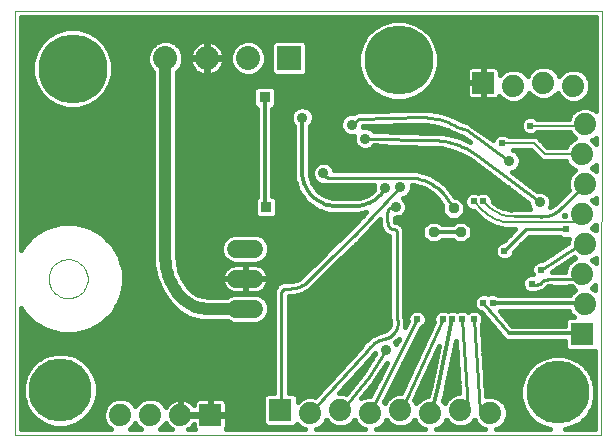
<source format=gbl>
G75*
G70*
%OFA0B0*%
%FSLAX24Y24*%
%IPPOS*%
%LPD*%
%AMOC8*
5,1,8,0,0,1.08239X$1,22.5*
%
%ADD10C,0.0000*%
%ADD11C,0.0600*%
%ADD12R,0.0740X0.0740*%
%ADD13C,0.0740*%
%ADD14C,0.2300*%
%ADD15C,0.2100*%
%ADD16R,0.0800X0.0800*%
%ADD17C,0.0800*%
%ADD18OC8,0.0356*%
%ADD19C,0.0120*%
%ADD20R,0.0356X0.0356*%
%ADD21C,0.0360*%
%ADD22C,0.0100*%
%ADD23OC8,0.0360*%
%ADD24C,0.0060*%
%ADD25C,0.0240*%
%ADD26C,0.0160*%
%ADD27C,0.0400*%
D10*
X000210Y000805D02*
X000201Y014960D01*
X019774Y014960D01*
X019754Y000805D01*
X000210Y000805D01*
X001333Y006024D02*
X001335Y006074D01*
X001341Y006124D01*
X001351Y006174D01*
X001364Y006222D01*
X001381Y006270D01*
X001402Y006316D01*
X001426Y006360D01*
X001454Y006402D01*
X001485Y006442D01*
X001519Y006479D01*
X001556Y006514D01*
X001595Y006545D01*
X001636Y006574D01*
X001680Y006599D01*
X001726Y006621D01*
X001773Y006639D01*
X001821Y006653D01*
X001870Y006664D01*
X001920Y006671D01*
X001970Y006674D01*
X002021Y006673D01*
X002071Y006668D01*
X002121Y006659D01*
X002169Y006647D01*
X002217Y006630D01*
X002263Y006610D01*
X002308Y006587D01*
X002351Y006560D01*
X002391Y006530D01*
X002429Y006497D01*
X002464Y006461D01*
X002497Y006422D01*
X002526Y006381D01*
X002552Y006338D01*
X002575Y006293D01*
X002594Y006246D01*
X002609Y006198D01*
X002621Y006149D01*
X002629Y006099D01*
X002633Y006049D01*
X002633Y005999D01*
X002629Y005949D01*
X002621Y005899D01*
X002609Y005850D01*
X002594Y005802D01*
X002575Y005755D01*
X002552Y005710D01*
X002526Y005667D01*
X002497Y005626D01*
X002464Y005587D01*
X002429Y005551D01*
X002391Y005518D01*
X002351Y005488D01*
X002308Y005461D01*
X002263Y005438D01*
X002217Y005418D01*
X002169Y005401D01*
X002121Y005389D01*
X002071Y005380D01*
X002021Y005375D01*
X001970Y005374D01*
X001920Y005377D01*
X001870Y005384D01*
X001821Y005395D01*
X001773Y005409D01*
X001726Y005427D01*
X001680Y005449D01*
X001636Y005474D01*
X001595Y005503D01*
X001556Y005534D01*
X001519Y005569D01*
X001485Y005606D01*
X001454Y005646D01*
X001426Y005688D01*
X001402Y005732D01*
X001381Y005778D01*
X001364Y005826D01*
X001351Y005874D01*
X001341Y005924D01*
X001335Y005974D01*
X001333Y006024D01*
D11*
X007583Y006024D02*
X008183Y006024D01*
X008183Y005024D02*
X007583Y005024D01*
X007583Y007024D02*
X008183Y007024D01*
D12*
X009061Y001650D03*
X006723Y001487D03*
X019111Y004183D03*
X015817Y012560D03*
D13*
X016817Y012460D03*
X017817Y012560D03*
X018817Y012460D03*
X019211Y011183D03*
X019111Y010183D03*
X019211Y009183D03*
X019111Y008183D03*
X019211Y007183D03*
X019111Y006183D03*
X019211Y005183D03*
X016061Y001550D03*
X015061Y001650D03*
X014061Y001550D03*
X013061Y001650D03*
X012061Y001550D03*
X011061Y001650D03*
X010061Y001550D03*
X005723Y001487D03*
X004723Y001487D03*
X003723Y001487D03*
D14*
X002132Y013034D03*
X012999Y013310D03*
D15*
X001723Y002313D03*
X018298Y002235D03*
D16*
X009361Y013376D03*
D17*
X007983Y013376D03*
X006605Y013376D03*
X005227Y013376D03*
D18*
X009243Y011408D03*
X009282Y009715D03*
X012235Y010384D03*
X014754Y009872D03*
X016369Y008534D03*
X016408Y007628D03*
X015817Y007274D03*
X015069Y007589D03*
X014164Y007589D03*
X013022Y007983D03*
X012550Y007353D03*
X012156Y006841D03*
X011841Y007195D03*
X012550Y006565D03*
X014361Y006644D03*
X018061Y005699D03*
X018731Y005699D03*
X011290Y003455D03*
X009518Y003888D03*
X008455Y003928D03*
X009046Y005975D03*
X010266Y006762D03*
D19*
X010915Y008452D02*
X011585Y008452D01*
X011585Y008455D01*
X011651Y008459D01*
X011716Y008467D01*
X011781Y008478D01*
X011845Y008494D01*
X011908Y008512D01*
X011969Y008535D01*
X012030Y008561D01*
X012089Y008590D01*
X012146Y008623D01*
X012201Y008659D01*
X012253Y008698D01*
X012304Y008740D01*
X012352Y008785D01*
X012398Y008832D01*
X012440Y008882D01*
X012480Y008934D01*
X012517Y008989D01*
X012550Y009045D01*
X010915Y008451D02*
X010849Y008453D01*
X010783Y008459D01*
X010718Y008468D01*
X010654Y008482D01*
X010590Y008499D01*
X010527Y008519D01*
X010466Y008544D01*
X010407Y008572D01*
X010348Y008603D01*
X010292Y008637D01*
X010238Y008675D01*
X010187Y008716D01*
X010137Y008760D01*
X010091Y008806D01*
X010047Y008856D01*
X010006Y008907D01*
X009968Y008961D01*
X009934Y009018D01*
X009903Y009076D01*
X009875Y009135D01*
X009850Y009196D01*
X009830Y009259D01*
X009813Y009323D01*
X009799Y009387D01*
X009790Y009452D01*
X009784Y009518D01*
X009782Y009584D01*
X009782Y011396D01*
X008534Y012077D02*
X008534Y008455D01*
X008573Y008416D01*
X014164Y007589D02*
X015069Y007589D01*
X016132Y005227D02*
X019167Y005227D01*
X019211Y005183D01*
X019091Y004203D02*
X019111Y004183D01*
X019091Y004203D02*
X016684Y004203D01*
X014794Y004676D02*
X014321Y002432D01*
X014124Y001605D01*
D20*
X008573Y008416D03*
X008534Y012077D03*
D21*
X009782Y011396D03*
X011436Y011160D03*
X011880Y010699D03*
X010491Y009546D03*
X012550Y009046D03*
X013061Y009085D03*
X012904Y008416D03*
X016684Y009951D03*
X017707Y008573D03*
X012589Y003652D03*
D22*
X011999Y002747D01*
X011132Y001684D01*
X012077Y001605D02*
X013613Y004676D01*
X012943Y004715D02*
X012943Y007592D01*
X012942Y007607D01*
X012937Y007621D01*
X012930Y007634D01*
X012921Y007645D01*
X012910Y007654D01*
X012897Y007661D01*
X012883Y007666D01*
X012868Y007667D01*
X012868Y007668D02*
X012839Y007670D01*
X012811Y007675D01*
X012783Y007684D01*
X012757Y007695D01*
X012732Y007710D01*
X012710Y007728D01*
X012689Y007749D01*
X012671Y007771D01*
X012656Y007796D01*
X012645Y007822D01*
X012636Y007850D01*
X012631Y007878D01*
X012629Y007907D01*
X012628Y007907D02*
X012628Y008240D01*
X012630Y008265D01*
X012635Y008290D01*
X012644Y008313D01*
X012656Y008335D01*
X012671Y008355D01*
X012689Y008373D01*
X012709Y008388D01*
X012731Y008400D01*
X012754Y008409D01*
X012779Y008414D01*
X012804Y008416D01*
X012904Y008416D01*
X013061Y009085D02*
X011565Y007510D01*
X010739Y006723D01*
X009946Y005930D01*
X009389Y005699D02*
X009261Y005699D01*
X009236Y005697D01*
X009211Y005692D01*
X009188Y005683D01*
X009166Y005671D01*
X009146Y005656D01*
X009128Y005638D01*
X009113Y005618D01*
X009101Y005596D01*
X009092Y005573D01*
X009087Y005548D01*
X009085Y005523D01*
X009085Y001684D01*
X010109Y001605D02*
X011942Y003608D01*
X011976Y003660D01*
X012014Y003709D01*
X012055Y003755D01*
X012099Y003799D01*
X012145Y003840D01*
X012194Y003878D01*
X012245Y003912D01*
X012299Y003944D01*
X012354Y003972D01*
X012411Y003996D01*
X012469Y004016D01*
X012529Y004033D01*
X012589Y004046D01*
X012631Y004060D01*
X012671Y004079D01*
X012710Y004100D01*
X012747Y004125D01*
X012782Y004152D01*
X012814Y004182D01*
X012843Y004215D01*
X012870Y004250D01*
X012894Y004287D01*
X012915Y004327D01*
X012932Y004367D01*
X012946Y004409D01*
X012957Y004452D01*
X012963Y004496D01*
X012967Y004540D01*
X012966Y004584D01*
X012962Y004628D01*
X012955Y004672D01*
X012943Y004714D01*
X014479Y004676D02*
X013101Y001684D01*
X015306Y001684D02*
X015109Y004676D01*
X015502Y004676D02*
X015699Y001605D01*
X016684Y004203D02*
X015817Y005227D01*
X017432Y005857D02*
X017478Y005817D01*
X017512Y005814D01*
X017546Y005815D01*
X017580Y005818D01*
X017614Y005825D01*
X017646Y005835D01*
X017677Y005849D01*
X017707Y005865D01*
X017735Y005884D01*
X018048Y006014D02*
X018704Y006014D01*
X018048Y006015D02*
X018009Y006013D01*
X017971Y006008D01*
X017933Y006000D01*
X017896Y005988D01*
X017860Y005973D01*
X017826Y005956D01*
X017793Y005935D01*
X017763Y005911D01*
X017734Y005885D01*
X017747Y006329D02*
X018967Y007117D01*
X019111Y006183D02*
X019078Y006152D01*
X019043Y006124D01*
X019005Y006099D01*
X018965Y006077D01*
X018924Y006058D01*
X018882Y006042D01*
X018838Y006030D01*
X018794Y006021D01*
X018749Y006016D01*
X018704Y006014D01*
X017235Y007668D02*
X016526Y006959D01*
X017235Y007668D02*
X018573Y007668D01*
X019085Y007904D02*
X019111Y007904D01*
X019111Y008183D01*
X018386Y008347D02*
X019203Y009164D01*
X018386Y008347D02*
X018342Y008310D01*
X018296Y008275D01*
X018248Y008243D01*
X018198Y008214D01*
X018146Y008188D01*
X018093Y008166D01*
X018039Y008146D01*
X017983Y008130D01*
X017927Y008118D01*
X017870Y008108D01*
X017813Y008102D01*
X017755Y008100D01*
X017697Y008101D01*
X016850Y008101D01*
X017707Y008573D02*
X015648Y010125D01*
X015266Y010975D02*
X016684Y009951D01*
X015266Y010975D02*
X014960Y011098D01*
X014168Y010641D02*
X011880Y010699D01*
X011436Y011160D02*
X011672Y011357D01*
X013774Y011405D01*
X013310Y009400D02*
X010636Y009400D01*
X010613Y009402D01*
X010591Y009407D01*
X010570Y009416D01*
X010550Y009428D01*
X010533Y009443D01*
X010518Y009460D01*
X010506Y009480D01*
X010497Y009501D01*
X010492Y009523D01*
X010490Y009546D01*
X013310Y009400D02*
X013387Y009398D01*
X013464Y009392D01*
X013540Y009383D01*
X013616Y009370D01*
X013691Y009353D01*
X013766Y009332D01*
X013839Y009308D01*
X013911Y009280D01*
X013981Y009248D01*
X014050Y009213D01*
X014117Y009175D01*
X014182Y009134D01*
X014244Y009089D01*
X014305Y009041D01*
X014363Y008991D01*
X014419Y008937D01*
X014472Y008881D01*
X014471Y008881D02*
X014833Y008376D01*
X015648Y010126D02*
X015549Y010197D01*
X015446Y010264D01*
X015340Y010325D01*
X015231Y010381D01*
X015120Y010433D01*
X015006Y010478D01*
X014890Y010519D01*
X014773Y010553D01*
X014654Y010583D01*
X014534Y010606D01*
X014413Y010623D01*
X014291Y010635D01*
X014168Y010641D01*
X013774Y011406D02*
X013887Y011404D01*
X013999Y011396D01*
X014111Y011384D01*
X014223Y011366D01*
X014333Y011342D01*
X014442Y011314D01*
X014549Y011281D01*
X014655Y011242D01*
X014759Y011199D01*
X014861Y011151D01*
X014961Y011098D01*
X009945Y005931D02*
X009908Y005895D01*
X009868Y005863D01*
X009826Y005833D01*
X009783Y005805D01*
X009737Y005781D01*
X009690Y005760D01*
X009642Y005742D01*
X009593Y005727D01*
X009543Y005715D01*
X009492Y005707D01*
X009440Y005702D01*
X009389Y005700D01*
D23*
X014833Y008376D03*
D24*
X015502Y008613D02*
X015828Y008287D01*
X016001Y008429D02*
X015817Y008613D01*
X015827Y008287D02*
X015877Y008240D01*
X015929Y008196D01*
X015984Y008154D01*
X016040Y008115D01*
X016099Y008079D01*
X016159Y008047D01*
X016221Y008017D01*
X016284Y007991D01*
X016348Y007968D01*
X016414Y007949D01*
X016481Y007933D01*
X016548Y007920D01*
X016616Y007911D01*
X016684Y007906D01*
X016753Y007904D01*
X019085Y007904D01*
X019124Y008140D02*
X019111Y008183D01*
X019203Y009164D02*
X019211Y009183D01*
X019111Y010183D02*
X019124Y010187D01*
X017865Y010187D01*
X017510Y010542D01*
X016447Y010542D01*
X017392Y011132D02*
X019203Y011132D01*
X019211Y011183D01*
X019124Y010187D02*
X019439Y010187D01*
X016850Y008101D02*
X016783Y008102D01*
X016717Y008106D01*
X016650Y008113D01*
X016585Y008125D01*
X016520Y008140D01*
X016456Y008159D01*
X016393Y008181D01*
X016331Y008207D01*
X016271Y008236D01*
X016213Y008269D01*
X016157Y008304D01*
X016103Y008343D01*
X016051Y008385D01*
X016001Y008430D01*
X018967Y007117D02*
X019203Y007117D01*
X019211Y007183D01*
X019439Y004203D02*
X019111Y004183D01*
X016014Y001605D02*
X016061Y001550D01*
X016014Y001605D02*
X015699Y001605D01*
X015306Y001684D02*
X015069Y001684D01*
X015061Y001650D01*
X014124Y001605D02*
X014061Y001550D01*
X013101Y001684D02*
X013061Y001650D01*
X012077Y001605D02*
X012061Y001550D01*
X011132Y001526D02*
X011061Y001650D01*
X011132Y001684D01*
X010109Y001605D02*
X010061Y001550D01*
X010109Y001447D01*
X009085Y001526D02*
X009061Y001650D01*
X009085Y001684D01*
D25*
X013613Y004676D03*
X014479Y004676D03*
X014794Y004676D03*
X015109Y004676D03*
X015502Y004676D03*
X015817Y005227D03*
X016132Y005227D03*
X017432Y005857D03*
X017747Y006329D03*
X016526Y006959D03*
X018573Y007668D03*
X015817Y008613D03*
X015502Y008613D03*
X016447Y010542D03*
X017392Y011132D03*
D26*
X017615Y011362D02*
X017573Y011404D01*
X017456Y011452D01*
X017329Y011452D01*
X017211Y011404D01*
X017121Y011314D01*
X017072Y011196D01*
X017072Y011069D01*
X017121Y010951D01*
X017211Y010861D01*
X017329Y010812D01*
X017456Y010812D01*
X017573Y010861D01*
X017615Y010902D01*
X018710Y010902D01*
X018728Y010860D01*
X018882Y010705D01*
X018788Y010666D01*
X018628Y010506D01*
X018591Y010417D01*
X017960Y010417D01*
X017740Y010637D01*
X017606Y010772D01*
X016670Y010772D01*
X016629Y010813D01*
X016511Y010862D01*
X016384Y010862D01*
X016266Y010813D01*
X016176Y010723D01*
X016145Y010648D01*
X015428Y011167D01*
X015405Y011188D01*
X015388Y011195D01*
X015372Y011207D01*
X015342Y011214D01*
X015069Y011324D01*
X014883Y011428D01*
X014453Y011580D01*
X014002Y011656D01*
X013821Y011656D01*
X013818Y011656D01*
X013771Y011655D01*
X013724Y011655D01*
X013721Y011654D01*
X011680Y011607D01*
X011645Y011610D01*
X011631Y011606D01*
X011616Y011606D01*
X011584Y011591D01*
X011550Y011581D01*
X011539Y011571D01*
X011525Y011565D01*
X011501Y011540D01*
X011360Y011540D01*
X011220Y011482D01*
X011113Y011375D01*
X011056Y011235D01*
X011056Y011084D01*
X011113Y010945D01*
X011220Y010838D01*
X011360Y010780D01*
X011502Y010780D01*
X011500Y010775D01*
X011500Y010624D01*
X011558Y010484D01*
X011665Y010377D01*
X011805Y010319D01*
X011956Y010319D01*
X012096Y010377D01*
X012161Y010442D01*
X014112Y010392D01*
X014161Y010391D01*
X014162Y010391D01*
X014401Y010373D01*
X014866Y010263D01*
X015299Y010060D01*
X015497Y009926D01*
X015537Y009896D01*
X017327Y008547D01*
X017327Y008498D01*
X017385Y008358D01*
X017392Y008351D01*
X016800Y008351D01*
X016760Y008334D01*
X016719Y008336D01*
X016475Y008395D01*
X016256Y008515D01*
X016160Y008595D01*
X016137Y008618D01*
X016137Y008676D01*
X016089Y008794D01*
X015999Y008884D01*
X015881Y008933D01*
X015754Y008933D01*
X015660Y008894D01*
X015566Y008933D01*
X015439Y008933D01*
X015321Y008884D01*
X015231Y008794D01*
X015182Y008676D01*
X015182Y008565D01*
X014991Y008756D01*
X014868Y008756D01*
X014695Y008998D01*
X014691Y009011D01*
X014667Y009038D01*
X014646Y009067D01*
X014634Y009075D01*
X014487Y009238D01*
X014055Y009509D01*
X013565Y009650D01*
X010859Y009650D01*
X010813Y009761D01*
X010706Y009868D01*
X010566Y009926D01*
X010415Y009926D01*
X010275Y009868D01*
X010168Y009761D01*
X010111Y009621D01*
X010111Y009470D01*
X010168Y009330D01*
X010275Y009224D01*
X010415Y009166D01*
X010503Y009166D01*
X010530Y009150D01*
X012182Y009150D01*
X012170Y009121D01*
X012170Y008981D01*
X012103Y008911D01*
X011908Y008792D01*
X011690Y008726D01*
X011578Y008715D01*
X011534Y008715D01*
X011529Y008713D01*
X011525Y008713D01*
X011521Y008712D01*
X010915Y008712D01*
X010778Y008722D01*
X010519Y008807D01*
X010298Y008967D01*
X010137Y009188D01*
X010053Y009448D01*
X010042Y009584D01*
X010042Y011119D01*
X010104Y011181D01*
X010162Y011321D01*
X010162Y011472D01*
X010104Y011611D01*
X009997Y011718D01*
X009858Y011776D01*
X009706Y011776D01*
X009567Y011718D01*
X009460Y011611D01*
X009402Y011472D01*
X009402Y011321D01*
X009460Y011181D01*
X009522Y011119D01*
X009522Y009364D01*
X009658Y008944D01*
X009918Y008587D01*
X010275Y008328D01*
X010694Y008192D01*
X011637Y008192D01*
X011650Y008197D01*
X011777Y008202D01*
X011918Y008244D01*
X011388Y007687D01*
X010600Y006936D01*
X010597Y006935D01*
X010564Y006902D01*
X010530Y006870D01*
X010529Y006867D01*
X009804Y006142D01*
X009771Y006109D01*
X009769Y006107D01*
X009716Y006060D01*
X009595Y005990D01*
X009459Y005954D01*
X009389Y005949D01*
X009147Y005949D01*
X008949Y005835D01*
X008835Y005637D01*
X008835Y002220D01*
X008608Y002220D01*
X008491Y002103D01*
X008491Y001198D01*
X008608Y001080D01*
X009514Y001080D01*
X009619Y001186D01*
X009738Y001067D01*
X009887Y001005D01*
X007236Y001005D01*
X007237Y001006D01*
X007261Y001047D01*
X007273Y001093D01*
X007273Y001467D01*
X006743Y001467D01*
X006743Y001507D01*
X006703Y001507D01*
X006703Y002037D01*
X006329Y002037D01*
X006283Y002024D01*
X006242Y002001D01*
X006209Y001967D01*
X006185Y001926D01*
X006173Y001880D01*
X006173Y001803D01*
X006142Y001845D01*
X006081Y001906D01*
X006011Y001957D01*
X005934Y001996D01*
X005852Y002023D01*
X005766Y002037D01*
X005743Y002037D01*
X005743Y001507D01*
X005703Y001507D01*
X005703Y002037D01*
X005680Y002037D01*
X005594Y002023D01*
X005512Y001996D01*
X005435Y001957D01*
X005365Y001906D01*
X005303Y001845D01*
X005253Y001775D01*
X005235Y001740D01*
X005206Y001810D01*
X005046Y001970D01*
X004836Y002057D01*
X004610Y002057D01*
X004400Y001970D01*
X004240Y001810D01*
X004223Y001769D01*
X004206Y001810D01*
X004046Y001970D01*
X003836Y002057D01*
X003610Y002057D01*
X003400Y001970D01*
X003240Y001810D01*
X003153Y001600D01*
X003153Y001373D01*
X003240Y001164D01*
X003398Y001005D01*
X000410Y001005D01*
X000407Y005053D01*
X000502Y004889D01*
X000847Y004544D01*
X001269Y004301D01*
X001739Y004174D01*
X002226Y004174D01*
X002697Y004301D01*
X003119Y004544D01*
X003463Y004889D01*
X003707Y005310D01*
X003833Y005781D01*
X003833Y006268D01*
X003707Y006739D01*
X003463Y007160D01*
X003119Y007505D01*
X002697Y007748D01*
X002226Y007874D01*
X001739Y007874D01*
X001269Y007748D01*
X000847Y007505D01*
X000502Y007160D01*
X000406Y006994D01*
X000401Y014760D01*
X019574Y014760D01*
X019569Y011631D01*
X019534Y011666D01*
X019324Y011753D01*
X019097Y011753D01*
X018888Y011666D01*
X018728Y011506D01*
X018668Y011362D01*
X017615Y011362D01*
X017462Y011450D02*
X018705Y011450D01*
X018830Y011608D02*
X014284Y011608D01*
X014325Y011086D02*
X013960Y011148D01*
X013776Y011155D01*
X011816Y011110D01*
X011816Y011084D01*
X011813Y011079D01*
X011956Y011079D01*
X012096Y011021D01*
X012175Y010942D01*
X014175Y010891D01*
X014466Y010884D01*
X014466Y010884D01*
X015035Y010749D01*
X015035Y010749D01*
X015367Y010594D01*
X015145Y010754D01*
X014898Y010853D01*
X014881Y010855D01*
X014852Y010872D01*
X014821Y010884D01*
X014812Y010893D01*
X014673Y010963D01*
X014673Y010963D01*
X014325Y011086D01*
X014050Y011133D02*
X012807Y011133D01*
X012143Y010974D02*
X014641Y010974D01*
X014753Y010816D02*
X014991Y010816D01*
X015231Y010657D02*
X015279Y010657D01*
X015694Y010974D02*
X017111Y010974D01*
X017072Y011133D02*
X015474Y011133D01*
X015149Y011291D02*
X017112Y011291D01*
X017323Y011450D02*
X014820Y011450D01*
X015337Y012046D02*
X015303Y012080D01*
X015280Y012121D01*
X015267Y012167D01*
X015267Y012540D01*
X015797Y012540D01*
X015797Y012580D01*
X015267Y012580D01*
X015267Y012954D01*
X015280Y013000D01*
X015303Y013041D01*
X015337Y013074D01*
X015378Y013098D01*
X015424Y013110D01*
X015797Y013110D01*
X015797Y012580D01*
X015837Y012580D01*
X015837Y013110D01*
X016211Y013110D01*
X016257Y013098D01*
X016298Y013074D01*
X016331Y013041D01*
X016355Y013000D01*
X016367Y012954D01*
X016367Y012816D01*
X016495Y012944D01*
X016704Y013030D01*
X016931Y013030D01*
X017140Y012944D01*
X017295Y012789D01*
X017334Y012883D01*
X017495Y013044D01*
X017704Y013130D01*
X017931Y013130D01*
X018140Y013044D01*
X018301Y012883D01*
X018340Y012789D01*
X018495Y012944D01*
X018704Y013030D01*
X018931Y013030D01*
X019140Y012944D01*
X019301Y012783D01*
X019387Y012574D01*
X019387Y012347D01*
X019301Y012137D01*
X019140Y011977D01*
X018931Y011890D01*
X018704Y011890D01*
X018495Y011977D01*
X018334Y012137D01*
X018295Y012232D01*
X018140Y012077D01*
X017931Y011990D01*
X017704Y011990D01*
X017495Y012077D01*
X017340Y012232D01*
X017301Y012137D01*
X017140Y011977D01*
X016931Y011890D01*
X016704Y011890D01*
X016495Y011977D01*
X016354Y012118D01*
X016331Y012080D01*
X016298Y012046D01*
X016257Y012023D01*
X016211Y012010D01*
X015837Y012010D01*
X015837Y012540D01*
X015797Y012540D01*
X015797Y012010D01*
X015424Y012010D01*
X015378Y012023D01*
X015337Y012046D01*
X015301Y012084D02*
X013576Y012084D01*
X013520Y012052D02*
X013827Y012229D01*
X014079Y012481D01*
X014257Y012788D01*
X014349Y013132D01*
X014349Y013487D01*
X014257Y013831D01*
X014079Y014138D01*
X013827Y014390D01*
X013520Y014567D01*
X013176Y014659D01*
X012821Y014659D01*
X012477Y014567D01*
X012170Y014390D01*
X011918Y014138D01*
X011741Y013831D01*
X011649Y013487D01*
X011649Y013132D01*
X011741Y012788D01*
X011918Y012481D01*
X012170Y012229D01*
X012477Y012052D01*
X012821Y011960D01*
X013176Y011960D01*
X013520Y012052D01*
X013841Y012242D02*
X015267Y012242D01*
X015267Y012401D02*
X013999Y012401D01*
X014124Y012559D02*
X015797Y012559D01*
X015797Y012401D02*
X015837Y012401D01*
X015837Y012242D02*
X015797Y012242D01*
X015797Y012084D02*
X015837Y012084D01*
X016334Y012084D02*
X016388Y012084D01*
X016619Y011925D02*
X008912Y011925D01*
X008912Y011816D02*
X008795Y011699D01*
X008794Y011699D01*
X008794Y008794D01*
X008834Y008794D01*
X008951Y008677D01*
X008951Y008155D01*
X008834Y008038D01*
X008312Y008038D01*
X008195Y008155D01*
X008195Y008677D01*
X008274Y008755D01*
X005627Y008755D01*
X005627Y008597D02*
X008195Y008597D01*
X008195Y008438D02*
X005627Y008438D01*
X005627Y008280D02*
X008195Y008280D01*
X008229Y008121D02*
X005627Y008121D01*
X005627Y007963D02*
X011651Y007963D01*
X011801Y008121D02*
X008918Y008121D01*
X008951Y008280D02*
X010423Y008280D01*
X010275Y008328D02*
X010275Y008328D01*
X010123Y008438D02*
X008951Y008438D01*
X008951Y008597D02*
X009911Y008597D01*
X009918Y008587D02*
X009918Y008587D01*
X009918Y008587D01*
X009796Y008755D02*
X008873Y008755D01*
X008794Y008914D02*
X009680Y008914D01*
X009658Y008944D02*
X009658Y008944D01*
X009617Y009072D02*
X008794Y009072D01*
X008794Y009231D02*
X009565Y009231D01*
X009522Y009389D02*
X008794Y009389D01*
X008794Y009548D02*
X009522Y009548D01*
X009522Y009706D02*
X008794Y009706D01*
X008794Y009865D02*
X009522Y009865D01*
X009522Y010023D02*
X008794Y010023D01*
X008794Y010182D02*
X009522Y010182D01*
X009522Y010340D02*
X008794Y010340D01*
X008794Y010499D02*
X009522Y010499D01*
X009522Y010657D02*
X008794Y010657D01*
X008794Y010816D02*
X009522Y010816D01*
X009522Y010974D02*
X008794Y010974D01*
X008794Y011133D02*
X009508Y011133D01*
X009414Y011291D02*
X008794Y011291D01*
X008794Y011450D02*
X009402Y011450D01*
X009459Y011608D02*
X008794Y011608D01*
X008863Y011767D02*
X009684Y011767D01*
X009880Y011767D02*
X019569Y011767D01*
X019570Y011925D02*
X019016Y011925D01*
X019247Y012084D02*
X019570Y012084D01*
X019570Y012242D02*
X019344Y012242D01*
X019387Y012401D02*
X019570Y012401D01*
X019570Y012559D02*
X019387Y012559D01*
X019328Y012718D02*
X019571Y012718D01*
X019571Y012876D02*
X019207Y012876D01*
X019571Y013035D02*
X018149Y013035D01*
X018303Y012876D02*
X018427Y012876D01*
X018388Y012084D02*
X018147Y012084D01*
X018619Y011925D02*
X017016Y011925D01*
X017247Y012084D02*
X017488Y012084D01*
X017331Y012876D02*
X017207Y012876D01*
X017486Y013035D02*
X016335Y013035D01*
X016367Y012876D02*
X016427Y012876D01*
X015837Y012876D02*
X015797Y012876D01*
X015797Y012718D02*
X015837Y012718D01*
X015837Y013035D02*
X015797Y013035D01*
X015300Y013035D02*
X014323Y013035D01*
X014349Y013193D02*
X019571Y013193D01*
X019572Y013352D02*
X014349Y013352D01*
X014342Y013510D02*
X019572Y013510D01*
X019572Y013669D02*
X014300Y013669D01*
X014257Y013827D02*
X019572Y013827D01*
X019572Y013986D02*
X014167Y013986D01*
X014073Y014144D02*
X019573Y014144D01*
X019573Y014303D02*
X013914Y014303D01*
X013703Y014461D02*
X019573Y014461D01*
X019573Y014620D02*
X013324Y014620D01*
X012673Y014620D02*
X000401Y014620D01*
X000401Y014461D02*
X012294Y014461D01*
X012083Y014303D02*
X002612Y014303D01*
X002653Y014292D02*
X002310Y014384D01*
X001955Y014384D01*
X001611Y014292D01*
X001303Y014114D01*
X001052Y013863D01*
X000874Y013555D01*
X000782Y013212D01*
X000782Y012856D01*
X000874Y012513D01*
X001052Y012205D01*
X001303Y011954D01*
X001611Y011776D01*
X001955Y011684D01*
X002310Y011684D01*
X002653Y011776D01*
X002961Y011954D01*
X003213Y012205D01*
X003390Y012513D01*
X003482Y012856D01*
X003482Y013212D01*
X003390Y013555D01*
X003213Y013863D01*
X002961Y014114D01*
X002653Y014292D01*
X002909Y014144D02*
X011924Y014144D01*
X011830Y013986D02*
X003090Y013986D01*
X003233Y013827D02*
X004829Y013827D01*
X004887Y013885D02*
X004718Y013716D01*
X004627Y013496D01*
X004627Y013257D01*
X004718Y013037D01*
X004827Y012928D01*
X004827Y006518D01*
X004918Y006060D01*
X005096Y005629D01*
X005356Y005241D01*
X005464Y005132D01*
X005521Y005076D01*
X005577Y005020D01*
X005662Y004934D01*
X006010Y004734D01*
X006397Y004630D01*
X007270Y004630D01*
X007299Y004601D01*
X007483Y004524D01*
X008282Y004524D01*
X008466Y004601D01*
X008606Y004741D01*
X008683Y004925D01*
X008683Y005124D01*
X008606Y005308D01*
X008466Y005448D01*
X008282Y005524D01*
X007483Y005524D01*
X007299Y005448D01*
X007281Y005430D01*
X006598Y005430D01*
X006503Y005436D01*
X006321Y005485D01*
X006157Y005579D01*
X006086Y005642D01*
X005983Y005756D01*
X005812Y006011D01*
X005694Y006296D01*
X005634Y006597D01*
X005627Y006751D01*
X005627Y012928D01*
X005736Y013037D01*
X005827Y013257D01*
X005827Y013496D01*
X005736Y013716D01*
X005567Y013885D01*
X005346Y013976D01*
X005108Y013976D01*
X004887Y013885D01*
X004699Y013669D02*
X003325Y013669D01*
X003402Y013510D02*
X004633Y013510D01*
X004627Y013352D02*
X003445Y013352D01*
X003482Y013193D02*
X004653Y013193D01*
X004720Y013035D02*
X003482Y013035D01*
X003482Y012876D02*
X004827Y012876D01*
X004827Y012718D02*
X003445Y012718D01*
X003403Y012559D02*
X004827Y012559D01*
X004827Y012401D02*
X003326Y012401D01*
X003234Y012242D02*
X004827Y012242D01*
X004827Y012084D02*
X003092Y012084D01*
X002912Y011925D02*
X004827Y011925D01*
X004827Y011767D02*
X002620Y011767D01*
X001645Y011767D02*
X000403Y011767D01*
X000403Y011925D02*
X001352Y011925D01*
X001173Y012084D02*
X000403Y012084D01*
X000402Y012242D02*
X001030Y012242D01*
X000939Y012401D02*
X000402Y012401D01*
X000402Y012559D02*
X000862Y012559D01*
X000819Y012718D02*
X000402Y012718D01*
X000402Y012876D02*
X000782Y012876D01*
X000782Y013035D02*
X000402Y013035D01*
X000402Y013193D02*
X000782Y013193D01*
X000820Y013352D02*
X000402Y013352D01*
X000402Y013510D02*
X000862Y013510D01*
X000940Y013669D02*
X000401Y013669D01*
X000401Y013827D02*
X001032Y013827D01*
X001175Y013986D02*
X000401Y013986D01*
X000401Y014144D02*
X001356Y014144D01*
X001652Y014303D02*
X000401Y014303D01*
X000403Y011608D02*
X004827Y011608D01*
X004827Y011450D02*
X000403Y011450D01*
X000403Y011291D02*
X004827Y011291D01*
X004827Y011133D02*
X000403Y011133D01*
X000403Y010974D02*
X004827Y010974D01*
X004827Y010816D02*
X000403Y010816D01*
X000403Y010657D02*
X004827Y010657D01*
X004827Y010499D02*
X000404Y010499D01*
X000404Y010340D02*
X004827Y010340D01*
X004827Y010182D02*
X000404Y010182D01*
X000404Y010023D02*
X004827Y010023D01*
X004827Y009865D02*
X000404Y009865D01*
X000404Y009706D02*
X004827Y009706D01*
X004827Y009548D02*
X000404Y009548D01*
X000404Y009389D02*
X004827Y009389D01*
X004827Y009231D02*
X000404Y009231D01*
X000405Y009072D02*
X004827Y009072D01*
X004827Y008914D02*
X000405Y008914D01*
X000405Y008755D02*
X004827Y008755D01*
X004827Y008597D02*
X000405Y008597D01*
X000405Y008438D02*
X004827Y008438D01*
X004827Y008280D02*
X000405Y008280D01*
X000405Y008121D02*
X004827Y008121D01*
X004827Y007963D02*
X000405Y007963D01*
X000405Y007804D02*
X001478Y007804D01*
X001091Y007646D02*
X000405Y007646D01*
X000406Y007487D02*
X000829Y007487D01*
X000671Y007329D02*
X000406Y007329D01*
X000406Y007170D02*
X000512Y007170D01*
X000417Y007012D02*
X000406Y007012D01*
X002487Y007804D02*
X004827Y007804D01*
X004827Y007646D02*
X002874Y007646D01*
X003136Y007487D02*
X004827Y007487D01*
X004827Y007329D02*
X003294Y007329D01*
X003453Y007170D02*
X004827Y007170D01*
X004827Y007012D02*
X003549Y007012D01*
X003640Y006853D02*
X004827Y006853D01*
X004827Y006695D02*
X003718Y006695D01*
X003761Y006536D02*
X004827Y006536D01*
X004855Y006378D02*
X003803Y006378D01*
X003833Y006219D02*
X004886Y006219D01*
X004918Y006061D02*
X003833Y006061D01*
X003833Y005902D02*
X004983Y005902D01*
X004918Y006060D02*
X004918Y006060D01*
X005049Y005744D02*
X003823Y005744D01*
X003780Y005585D02*
X005125Y005585D01*
X005096Y005629D02*
X005096Y005629D01*
X005231Y005427D02*
X003738Y005427D01*
X003682Y005268D02*
X005337Y005268D01*
X005356Y005241D02*
X005356Y005241D01*
X005464Y005132D02*
X005464Y005132D01*
X005487Y005110D02*
X003591Y005110D01*
X003499Y004951D02*
X005645Y004951D01*
X005662Y004934D02*
X005662Y004934D01*
X005577Y005020D02*
X005577Y005020D01*
X005907Y004793D02*
X003367Y004793D01*
X003209Y004634D02*
X006380Y004634D01*
X006150Y005585D02*
X007387Y005585D01*
X007398Y005580D02*
X007470Y005556D01*
X007545Y005544D01*
X007863Y005544D01*
X007863Y006004D01*
X007903Y006004D01*
X007903Y006044D01*
X008663Y006044D01*
X008663Y006062D01*
X008651Y006137D01*
X008627Y006209D01*
X008593Y006276D01*
X008549Y006337D01*
X008495Y006391D01*
X008434Y006435D01*
X008367Y006469D01*
X008295Y006493D01*
X008220Y006504D01*
X007903Y006504D01*
X007903Y006044D01*
X007863Y006044D01*
X007863Y006004D01*
X007103Y006004D01*
X007103Y005987D01*
X007114Y005912D01*
X007138Y005840D01*
X007172Y005773D01*
X007216Y005712D01*
X007270Y005658D01*
X007331Y005614D01*
X007398Y005580D01*
X007193Y005744D02*
X005994Y005744D01*
X006086Y005642D02*
X006086Y005642D01*
X006086Y005642D01*
X005885Y005902D02*
X007118Y005902D01*
X007103Y006044D02*
X007863Y006044D01*
X007863Y006504D01*
X007545Y006504D01*
X007470Y006493D01*
X007398Y006469D01*
X007331Y006435D01*
X007270Y006391D01*
X007216Y006337D01*
X007172Y006276D01*
X007138Y006209D01*
X007114Y006137D01*
X007103Y006062D01*
X007103Y006044D01*
X007103Y006061D02*
X005792Y006061D01*
X005726Y006219D02*
X007143Y006219D01*
X007257Y006378D02*
X005678Y006378D01*
X005646Y006536D02*
X007454Y006536D01*
X007483Y006524D02*
X007299Y006601D01*
X007159Y006741D01*
X007083Y006925D01*
X007083Y007124D01*
X007159Y007308D01*
X007299Y007448D01*
X007483Y007524D01*
X008282Y007524D01*
X008466Y007448D01*
X008606Y007308D01*
X008683Y007124D01*
X008683Y006925D01*
X008606Y006741D01*
X008466Y006601D01*
X008282Y006524D01*
X007483Y006524D01*
X007205Y006695D02*
X005630Y006695D01*
X005627Y006853D02*
X007112Y006853D01*
X007083Y007012D02*
X005627Y007012D01*
X005627Y007170D02*
X007102Y007170D01*
X007180Y007329D02*
X005627Y007329D01*
X005627Y007487D02*
X007394Y007487D01*
X008371Y007487D02*
X011179Y007487D01*
X011013Y007329D02*
X008585Y007329D01*
X008663Y007170D02*
X010846Y007170D01*
X010680Y007012D02*
X008683Y007012D01*
X008653Y006853D02*
X010516Y006853D01*
X010357Y006695D02*
X008560Y006695D01*
X008311Y006536D02*
X010199Y006536D01*
X010040Y006378D02*
X008508Y006378D01*
X008622Y006219D02*
X009882Y006219D01*
X009717Y006061D02*
X008663Y006061D01*
X008663Y006004D02*
X007903Y006004D01*
X007903Y005544D01*
X008220Y005544D01*
X008295Y005556D01*
X008367Y005580D01*
X008434Y005614D01*
X008495Y005658D01*
X008549Y005712D01*
X008593Y005773D01*
X008627Y005840D01*
X008651Y005912D01*
X008663Y005987D01*
X008663Y006004D01*
X008648Y005902D02*
X009066Y005902D01*
X008949Y005835D02*
X008949Y005835D01*
X008949Y005835D01*
X008897Y005744D02*
X008572Y005744D01*
X008378Y005585D02*
X008835Y005585D01*
X008835Y005427D02*
X008487Y005427D01*
X008623Y005268D02*
X008835Y005268D01*
X008835Y005110D02*
X008683Y005110D01*
X008683Y004951D02*
X008835Y004951D01*
X008835Y004793D02*
X008628Y004793D01*
X008500Y004634D02*
X008835Y004634D01*
X008835Y004476D02*
X003000Y004476D01*
X002726Y004317D02*
X008835Y004317D01*
X008835Y004159D02*
X000408Y004159D01*
X000408Y004317D02*
X001239Y004317D01*
X000965Y004476D02*
X000408Y004476D01*
X000407Y004634D02*
X000756Y004634D01*
X000598Y004793D02*
X000407Y004793D01*
X000407Y004951D02*
X000466Y004951D01*
X000408Y004000D02*
X008835Y004000D01*
X008835Y003842D02*
X000408Y003842D01*
X000408Y003683D02*
X008835Y003683D01*
X008835Y003525D02*
X002031Y003525D01*
X001887Y003563D02*
X002205Y003478D01*
X002490Y003314D01*
X002723Y003081D01*
X002888Y002796D01*
X002973Y002478D01*
X002973Y002149D01*
X002888Y001831D01*
X002723Y001546D01*
X002490Y001313D01*
X002205Y001149D01*
X001887Y001063D01*
X001558Y001063D01*
X001240Y001149D01*
X000955Y001313D01*
X000723Y001546D01*
X000558Y001831D01*
X000473Y002149D01*
X000473Y002478D01*
X000558Y002796D01*
X000723Y003081D01*
X000955Y003314D01*
X001240Y003478D01*
X001558Y003563D01*
X001887Y003563D01*
X001415Y003525D02*
X000408Y003525D01*
X000408Y003366D02*
X001047Y003366D01*
X000850Y003208D02*
X000408Y003208D01*
X000409Y003049D02*
X000704Y003049D01*
X000613Y002891D02*
X000409Y002891D01*
X000409Y002732D02*
X000541Y002732D01*
X000499Y002574D02*
X000409Y002574D01*
X000409Y002415D02*
X000473Y002415D01*
X000473Y002257D02*
X000409Y002257D01*
X000409Y002098D02*
X000486Y002098D01*
X000529Y001940D02*
X000409Y001940D01*
X000409Y001781D02*
X000587Y001781D01*
X000678Y001623D02*
X000409Y001623D01*
X000410Y001464D02*
X000804Y001464D01*
X000968Y001306D02*
X000410Y001306D01*
X000410Y001147D02*
X001245Y001147D01*
X002201Y001147D02*
X003256Y001147D01*
X003181Y001306D02*
X002478Y001306D01*
X002642Y001464D02*
X003153Y001464D01*
X003162Y001623D02*
X002768Y001623D01*
X002859Y001781D02*
X003228Y001781D01*
X003370Y001940D02*
X002917Y001940D01*
X002959Y002098D02*
X008491Y002098D01*
X008491Y001940D02*
X007253Y001940D01*
X007261Y001926D02*
X007237Y001967D01*
X007203Y002001D01*
X007162Y002024D01*
X007117Y002037D01*
X006743Y002037D01*
X006743Y001507D01*
X007273Y001507D01*
X007273Y001880D01*
X007261Y001926D01*
X007273Y001781D02*
X008491Y001781D01*
X008491Y001623D02*
X007273Y001623D01*
X007273Y001464D02*
X008491Y001464D01*
X008491Y001306D02*
X007273Y001306D01*
X007273Y001147D02*
X008541Y001147D01*
X009581Y001147D02*
X009658Y001147D01*
X010235Y001005D02*
X011887Y001005D01*
X011738Y001067D01*
X011578Y001228D01*
X011539Y001322D01*
X011384Y001167D01*
X011174Y001080D01*
X010948Y001080D01*
X010738Y001167D01*
X010583Y001322D01*
X010544Y001228D01*
X010384Y001067D01*
X010235Y001005D01*
X010464Y001147D02*
X010786Y001147D01*
X010599Y001306D02*
X010577Y001306D01*
X011336Y001147D02*
X011658Y001147D01*
X011545Y001306D02*
X011523Y001306D01*
X012235Y001005D02*
X013887Y001005D01*
X013738Y001067D01*
X013578Y001228D01*
X013539Y001322D01*
X013384Y001167D01*
X013174Y001080D01*
X012948Y001080D01*
X012738Y001167D01*
X012583Y001322D01*
X012544Y001228D01*
X012384Y001067D01*
X012235Y001005D01*
X012464Y001147D02*
X012786Y001147D01*
X012599Y001306D02*
X012577Y001306D01*
X013336Y001147D02*
X013658Y001147D01*
X013545Y001306D02*
X013523Y001306D01*
X013583Y001879D02*
X013544Y001973D01*
X013521Y001997D01*
X014338Y003772D01*
X014068Y002488D01*
X013980Y002120D01*
X013948Y002120D01*
X013738Y002034D01*
X013583Y001879D01*
X013558Y001940D02*
X013644Y001940D01*
X013567Y002098D02*
X013894Y002098D01*
X014012Y002257D02*
X013640Y002257D01*
X013713Y002415D02*
X014050Y002415D01*
X014086Y002574D02*
X013786Y002574D01*
X013859Y002732D02*
X014119Y002732D01*
X014152Y002891D02*
X013932Y002891D01*
X014005Y003049D02*
X014186Y003049D01*
X014219Y003208D02*
X014078Y003208D01*
X014151Y003366D02*
X014252Y003366D01*
X014224Y003525D02*
X014286Y003525D01*
X014297Y003683D02*
X014319Y003683D01*
X013820Y003842D02*
X013475Y003842D01*
X013396Y003683D02*
X013747Y003683D01*
X013674Y003525D02*
X013317Y003525D01*
X013238Y003366D02*
X013601Y003366D01*
X013528Y003208D02*
X013158Y003208D01*
X013079Y003049D02*
X013455Y003049D01*
X013382Y002891D02*
X013000Y002891D01*
X012921Y002732D02*
X013309Y002732D01*
X013236Y002574D02*
X012841Y002574D01*
X012762Y002415D02*
X013163Y002415D01*
X013090Y002257D02*
X012683Y002257D01*
X012738Y002134D02*
X012578Y001973D01*
X012539Y001879D01*
X012509Y001909D01*
X013747Y004385D01*
X013794Y004404D01*
X013884Y004494D01*
X013933Y004612D01*
X013933Y004739D01*
X013884Y004857D01*
X013794Y004947D01*
X013676Y004996D01*
X013549Y004996D01*
X013431Y004947D01*
X013341Y004857D01*
X013293Y004739D01*
X013293Y004612D01*
X013297Y004603D01*
X013208Y004426D01*
X013228Y004639D01*
X013193Y004752D01*
X013193Y007679D01*
X013106Y007831D01*
X012955Y007918D01*
X012878Y007918D01*
X012878Y008036D01*
X012980Y008036D01*
X013119Y008094D01*
X013226Y008201D01*
X013284Y008340D01*
X013284Y008491D01*
X013226Y008631D01*
X013148Y008709D01*
X013277Y008763D01*
X013384Y008870D01*
X013441Y009010D01*
X013441Y009141D01*
X013493Y009137D01*
X013844Y009036D01*
X014154Y008842D01*
X014279Y008720D01*
X014453Y008478D01*
X014453Y008219D01*
X014676Y007996D01*
X014991Y007996D01*
X015213Y008219D01*
X015213Y008475D01*
X015231Y008431D01*
X015321Y008341D01*
X015439Y008293D01*
X015497Y008293D01*
X015604Y008186D01*
X015665Y008125D01*
X015808Y007981D01*
X015808Y007981D01*
X016159Y007779D01*
X016159Y007779D01*
X016551Y007674D01*
X016887Y007674D01*
X016493Y007279D01*
X016462Y007279D01*
X016345Y007230D01*
X016255Y007140D01*
X016206Y007023D01*
X016206Y006895D01*
X016255Y006778D01*
X016345Y006688D01*
X016462Y006639D01*
X016590Y006639D01*
X016707Y006688D01*
X016797Y006778D01*
X016846Y006895D01*
X016846Y006926D01*
X017338Y007418D01*
X018371Y007418D01*
X018392Y007396D01*
X018510Y007348D01*
X018637Y007348D01*
X018667Y007360D01*
X018641Y007296D01*
X018641Y007204D01*
X017781Y006649D01*
X017683Y006649D01*
X017565Y006600D01*
X017475Y006510D01*
X017427Y006393D01*
X017427Y006266D01*
X017463Y006177D01*
X017368Y006177D01*
X017250Y006128D01*
X017160Y006038D01*
X017112Y005920D01*
X017112Y005793D01*
X017160Y005675D01*
X017250Y005585D01*
X017368Y005537D01*
X017495Y005537D01*
X017542Y005556D01*
X017561Y005553D01*
X017791Y005613D01*
X017860Y005666D01*
X017876Y005672D01*
X017899Y005695D01*
X017925Y005715D01*
X017930Y005722D01*
X017941Y005732D01*
X018011Y005761D01*
X018048Y005764D01*
X018723Y005764D01*
X018788Y005700D01*
X018882Y005661D01*
X018728Y005506D01*
X018720Y005487D01*
X016325Y005487D01*
X016314Y005498D01*
X016196Y005547D01*
X016069Y005547D01*
X015975Y005508D01*
X015881Y005547D01*
X015754Y005547D01*
X015636Y005498D01*
X015546Y005408D01*
X015497Y005290D01*
X015497Y005163D01*
X015546Y005046D01*
X015617Y004974D01*
X015566Y004996D01*
X015439Y004996D01*
X015321Y004947D01*
X015306Y004931D01*
X015290Y004947D01*
X015172Y004996D01*
X015045Y004996D01*
X014951Y004957D01*
X014857Y004996D01*
X014730Y004996D01*
X014636Y004957D01*
X014542Y004996D01*
X014415Y004996D01*
X014298Y004947D01*
X014208Y004857D01*
X014159Y004739D01*
X014159Y004612D01*
X014166Y004594D01*
X013073Y002220D01*
X012948Y002220D01*
X012738Y002134D01*
X012703Y002098D02*
X012604Y002098D01*
X012564Y001940D02*
X012524Y001940D01*
X012056Y002120D02*
X011948Y002120D01*
X011741Y002035D01*
X012170Y002561D01*
X012181Y002568D01*
X012201Y002599D01*
X012224Y002627D01*
X012228Y002640D01*
X012604Y003217D01*
X012056Y002120D01*
X012124Y002257D02*
X011922Y002257D01*
X011894Y002098D02*
X011793Y002098D01*
X012051Y002415D02*
X012203Y002415D01*
X012184Y002574D02*
X012282Y002574D01*
X012288Y002732D02*
X012362Y002732D01*
X012391Y002891D02*
X012441Y002891D01*
X012495Y003049D02*
X012520Y003049D01*
X012598Y003208D02*
X012599Y003208D01*
X012208Y003525D02*
X012190Y003525D01*
X012212Y003555D02*
X012216Y003559D01*
X012222Y003546D01*
X011796Y002894D01*
X011229Y002198D01*
X011174Y002220D01*
X011011Y002220D01*
X012108Y003419D01*
X012127Y003433D01*
X012142Y003456D01*
X012160Y003476D01*
X012166Y003491D01*
X012212Y003555D01*
X012212Y003555D01*
X012104Y003366D02*
X012060Y003366D01*
X012001Y003208D02*
X011915Y003208D01*
X011898Y003049D02*
X011770Y003049D01*
X011794Y002891D02*
X011625Y002891D01*
X011665Y002732D02*
X011480Y002732D01*
X011535Y002574D02*
X011335Y002574D01*
X011406Y002415D02*
X011190Y002415D01*
X011277Y002257D02*
X011045Y002257D01*
X010657Y002574D02*
X009335Y002574D01*
X009335Y002415D02*
X010512Y002415D01*
X010367Y002257D02*
X009335Y002257D01*
X009335Y002220D02*
X009335Y005449D01*
X009439Y005449D01*
X009525Y005449D01*
X009525Y005449D01*
X009789Y005520D01*
X009789Y005520D01*
X010026Y005657D01*
X010087Y005718D01*
X010125Y005755D01*
X010158Y005788D01*
X010913Y006544D01*
X011707Y007299D01*
X011712Y007302D01*
X011742Y007334D01*
X011774Y007364D01*
X011776Y007369D01*
X012378Y008003D01*
X012378Y007810D01*
X012453Y007630D01*
X012453Y007630D01*
X012591Y007492D01*
X012693Y007450D01*
X012693Y004726D01*
X012690Y004689D01*
X012693Y004677D01*
X012693Y004665D01*
X012706Y004635D01*
X012716Y004586D01*
X012705Y004476D01*
X009335Y004476D01*
X009335Y004634D02*
X012706Y004634D01*
X012705Y004476D02*
X012653Y004377D01*
X012567Y004306D01*
X012523Y004288D01*
X012378Y004261D01*
X012378Y004261D01*
X012073Y004112D01*
X011821Y003885D01*
X011742Y003760D01*
X010223Y002100D01*
X010174Y002120D01*
X009948Y002120D01*
X009738Y002034D01*
X009631Y001927D01*
X009631Y002103D01*
X009514Y002220D01*
X009335Y002220D01*
X009631Y002098D02*
X009894Y002098D01*
X009644Y001940D02*
X009631Y001940D01*
X008835Y002257D02*
X002973Y002257D01*
X002973Y002415D02*
X008835Y002415D01*
X008835Y002574D02*
X002947Y002574D01*
X002905Y002732D02*
X008835Y002732D01*
X008835Y002891D02*
X002833Y002891D01*
X002741Y003049D02*
X008835Y003049D01*
X008835Y003208D02*
X002596Y003208D01*
X002399Y003366D02*
X008835Y003366D01*
X009335Y003366D02*
X011382Y003366D01*
X011237Y003208D02*
X009335Y003208D01*
X009335Y003049D02*
X011092Y003049D01*
X010947Y002891D02*
X009335Y002891D01*
X009335Y002732D02*
X010802Y002732D01*
X011527Y003525D02*
X009335Y003525D01*
X009335Y003683D02*
X011672Y003683D01*
X011794Y003842D02*
X009335Y003842D01*
X009335Y004000D02*
X011949Y004000D01*
X012073Y004112D02*
X012073Y004112D01*
X012169Y004159D02*
X009335Y004159D01*
X009335Y004317D02*
X012581Y004317D01*
X012874Y003904D02*
X012999Y004007D01*
X012919Y003848D01*
X012911Y003867D01*
X012874Y003904D01*
X012991Y004000D02*
X012996Y004000D01*
X013213Y004476D02*
X013233Y004476D01*
X013228Y004634D02*
X013293Y004634D01*
X013228Y004639D02*
X013228Y004639D01*
X013193Y004793D02*
X013315Y004793D01*
X013193Y004951D02*
X013442Y004951D01*
X013193Y005110D02*
X015519Y005110D01*
X015497Y005268D02*
X013193Y005268D01*
X013193Y005427D02*
X015565Y005427D01*
X015703Y004928D02*
X015754Y004907D01*
X015761Y004907D01*
X016446Y004097D01*
X016463Y004056D01*
X016536Y003983D01*
X016632Y003943D01*
X018541Y003943D01*
X018541Y003730D01*
X018658Y003613D01*
X019558Y003613D01*
X019554Y001005D01*
X018540Y001005D01*
X018780Y001070D01*
X019065Y001234D01*
X019298Y001467D01*
X019463Y001752D01*
X019548Y002070D01*
X019548Y002399D01*
X019463Y002717D01*
X019298Y003002D01*
X019065Y003235D01*
X018780Y003400D01*
X018462Y003485D01*
X018133Y003485D01*
X017815Y003400D01*
X017530Y003235D01*
X017297Y003002D01*
X017133Y002717D01*
X017048Y002399D01*
X017048Y002070D01*
X017133Y001752D01*
X017297Y001467D01*
X017530Y001234D01*
X017815Y001070D01*
X018056Y001005D01*
X016235Y001005D01*
X016384Y001067D01*
X016544Y001228D01*
X016631Y001437D01*
X016631Y001664D01*
X016544Y001873D01*
X016384Y002034D01*
X016174Y002120D01*
X015948Y002120D01*
X015918Y002108D01*
X015765Y004486D01*
X015774Y004494D01*
X015822Y004612D01*
X015822Y004739D01*
X015774Y004857D01*
X015703Y004928D01*
X015800Y004793D02*
X015857Y004793D01*
X015822Y004634D02*
X015991Y004634D01*
X016125Y004476D02*
X015766Y004476D01*
X015776Y004317D02*
X016259Y004317D01*
X016394Y004159D02*
X015786Y004159D01*
X015796Y004000D02*
X016519Y004000D01*
X016791Y004463D02*
X016365Y004967D01*
X018683Y004967D01*
X018728Y004860D01*
X018835Y004753D01*
X018658Y004753D01*
X018541Y004636D01*
X018541Y004463D01*
X016791Y004463D01*
X016780Y004476D02*
X018541Y004476D01*
X018541Y004634D02*
X016646Y004634D01*
X016512Y004793D02*
X018795Y004793D01*
X018690Y004951D02*
X016378Y004951D01*
X017250Y005585D02*
X013193Y005585D01*
X013193Y005744D02*
X017132Y005744D01*
X017112Y005902D02*
X013193Y005902D01*
X013193Y006061D02*
X017183Y006061D01*
X017446Y006219D02*
X013193Y006219D01*
X013193Y006378D02*
X017427Y006378D01*
X017501Y006536D02*
X013193Y006536D01*
X013193Y006695D02*
X016338Y006695D01*
X016223Y006853D02*
X013193Y006853D01*
X013193Y007012D02*
X016206Y007012D01*
X016285Y007170D02*
X013193Y007170D01*
X013193Y007329D02*
X013889Y007329D01*
X013786Y007432D02*
X014007Y007211D01*
X014320Y007211D01*
X014439Y007329D01*
X014795Y007329D01*
X014438Y007329D01*
X014795Y007329D02*
X014913Y007211D01*
X015226Y007211D01*
X015447Y007432D01*
X015447Y007746D01*
X015226Y007967D01*
X014913Y007967D01*
X014795Y007849D01*
X014439Y007849D01*
X014320Y007967D01*
X014007Y007967D01*
X013786Y007746D01*
X013786Y007432D01*
X013786Y007487D02*
X013193Y007487D01*
X013193Y007646D02*
X013786Y007646D01*
X013845Y007804D02*
X013121Y007804D01*
X013106Y007831D02*
X013106Y007831D01*
X013106Y007831D01*
X012878Y007963D02*
X014003Y007963D01*
X014325Y007963D02*
X014909Y007963D01*
X015116Y008121D02*
X015668Y008121D01*
X015510Y008280D02*
X015213Y008280D01*
X015213Y008438D02*
X015228Y008438D01*
X015182Y008597D02*
X015150Y008597D01*
X015215Y008755D02*
X014992Y008755D01*
X014756Y008914D02*
X015394Y008914D01*
X015611Y008914D02*
X015709Y008914D01*
X015926Y008914D02*
X016840Y008914D01*
X017050Y008755D02*
X016105Y008755D01*
X016158Y008597D02*
X017260Y008597D01*
X017352Y008438D02*
X016396Y008438D01*
X015840Y007963D02*
X015230Y007963D01*
X015389Y007804D02*
X016115Y007804D01*
X016542Y007329D02*
X015344Y007329D01*
X015447Y007487D02*
X016701Y007487D01*
X016859Y007646D02*
X015447Y007646D01*
X014551Y008121D02*
X013147Y008121D01*
X013259Y008280D02*
X014453Y008280D01*
X014453Y008438D02*
X013284Y008438D01*
X013240Y008597D02*
X014368Y008597D01*
X014243Y008755D02*
X013259Y008755D01*
X013402Y008914D02*
X014039Y008914D01*
X013844Y009036D02*
X013844Y009036D01*
X013718Y009072D02*
X013441Y009072D01*
X013920Y009548D02*
X015998Y009548D01*
X015788Y009706D02*
X010835Y009706D01*
X010709Y009865D02*
X015578Y009865D01*
X015537Y009896D02*
X015537Y009896D01*
X015353Y010023D02*
X010042Y010023D01*
X010042Y009865D02*
X010272Y009865D01*
X010146Y009706D02*
X010042Y009706D01*
X010045Y009548D02*
X010111Y009548D01*
X010144Y009389D02*
X010072Y009389D01*
X010123Y009231D02*
X010268Y009231D01*
X010221Y009072D02*
X012170Y009072D01*
X012106Y008914D02*
X010371Y008914D01*
X010677Y008755D02*
X011787Y008755D01*
X011777Y008202D02*
X011777Y008202D01*
X012340Y007963D02*
X012378Y007963D01*
X012381Y007804D02*
X012190Y007804D01*
X012039Y007646D02*
X012446Y007646D01*
X012591Y007492D02*
X012591Y007492D01*
X012602Y007487D02*
X011889Y007487D01*
X011738Y007329D02*
X012693Y007329D01*
X012693Y007170D02*
X011571Y007170D01*
X011405Y007012D02*
X012693Y007012D01*
X012693Y006853D02*
X011238Y006853D01*
X011072Y006695D02*
X012693Y006695D01*
X012693Y006536D02*
X010906Y006536D01*
X010747Y006378D02*
X012693Y006378D01*
X012693Y006219D02*
X010589Y006219D01*
X010430Y006061D02*
X012693Y006061D01*
X012693Y005902D02*
X010272Y005902D01*
X010113Y005744D02*
X012693Y005744D01*
X012693Y005585D02*
X009903Y005585D01*
X010026Y005657D02*
X010026Y005657D01*
X009335Y005427D02*
X012693Y005427D01*
X012693Y005268D02*
X009335Y005268D01*
X009335Y005110D02*
X012693Y005110D01*
X012693Y004951D02*
X009335Y004951D01*
X009335Y004793D02*
X012693Y004793D01*
X013713Y004317D02*
X014039Y004317D01*
X013966Y004159D02*
X013634Y004159D01*
X013555Y004000D02*
X013893Y004000D01*
X013866Y004476D02*
X014112Y004476D01*
X014159Y004634D02*
X013933Y004634D01*
X013910Y004793D02*
X014181Y004793D01*
X014308Y004951D02*
X013783Y004951D01*
X014906Y003947D02*
X015020Y002220D01*
X014948Y002220D01*
X014738Y002134D01*
X014578Y001973D01*
X014539Y001879D01*
X014473Y001945D01*
X014563Y002324D01*
X014565Y002327D01*
X014575Y002375D01*
X014586Y002422D01*
X014586Y002425D01*
X014906Y003947D01*
X014913Y003842D02*
X014884Y003842D01*
X014851Y003683D02*
X014923Y003683D01*
X014934Y003525D02*
X014817Y003525D01*
X014784Y003366D02*
X014944Y003366D01*
X014955Y003208D02*
X014750Y003208D01*
X014717Y003049D02*
X014965Y003049D01*
X014976Y002891D02*
X014684Y002891D01*
X014650Y002732D02*
X014986Y002732D01*
X014996Y002574D02*
X014617Y002574D01*
X014585Y002415D02*
X015007Y002415D01*
X015017Y002257D02*
X014547Y002257D01*
X014509Y002098D02*
X014703Y002098D01*
X014564Y001940D02*
X014478Y001940D01*
X014583Y001322D02*
X014738Y001167D01*
X014948Y001080D01*
X015174Y001080D01*
X015384Y001167D01*
X015539Y001322D01*
X015578Y001228D01*
X015738Y001067D01*
X015887Y001005D01*
X014235Y001005D01*
X014384Y001067D01*
X014544Y001228D01*
X014583Y001322D01*
X014577Y001306D02*
X014599Y001306D01*
X014464Y001147D02*
X014786Y001147D01*
X015336Y001147D02*
X015658Y001147D01*
X015545Y001306D02*
X015523Y001306D01*
X016464Y001147D02*
X017681Y001147D01*
X017459Y001306D02*
X016577Y001306D01*
X016631Y001464D02*
X017300Y001464D01*
X017208Y001623D02*
X016631Y001623D01*
X016582Y001781D02*
X017125Y001781D01*
X017083Y001940D02*
X016478Y001940D01*
X016228Y002098D02*
X017048Y002098D01*
X017048Y002257D02*
X015908Y002257D01*
X015898Y002415D02*
X017052Y002415D01*
X017095Y002574D02*
X015888Y002574D01*
X015878Y002732D02*
X017142Y002732D01*
X017233Y002891D02*
X015867Y002891D01*
X015857Y003049D02*
X017345Y003049D01*
X017503Y003208D02*
X015847Y003208D01*
X015837Y003366D02*
X017758Y003366D01*
X018587Y003683D02*
X015817Y003683D01*
X015827Y003525D02*
X019558Y003525D01*
X019557Y003366D02*
X018837Y003366D01*
X019092Y003208D02*
X019557Y003208D01*
X019557Y003049D02*
X019251Y003049D01*
X019362Y002891D02*
X019557Y002891D01*
X019557Y002732D02*
X019454Y002732D01*
X019501Y002574D02*
X019556Y002574D01*
X019543Y002415D02*
X019556Y002415D01*
X019548Y002257D02*
X019556Y002257D01*
X019548Y002098D02*
X019556Y002098D01*
X019555Y001940D02*
X019513Y001940D01*
X019470Y001781D02*
X019555Y001781D01*
X019555Y001623D02*
X019388Y001623D01*
X019295Y001464D02*
X019555Y001464D01*
X019555Y001306D02*
X019137Y001306D01*
X018915Y001147D02*
X019554Y001147D01*
X018541Y003842D02*
X015806Y003842D01*
X015332Y004951D02*
X015279Y004951D01*
X016714Y006695D02*
X017852Y006695D01*
X018098Y006853D02*
X016829Y006853D01*
X016932Y007012D02*
X018344Y007012D01*
X018589Y007170D02*
X017091Y007170D01*
X017249Y007329D02*
X018654Y007329D01*
X018846Y006741D02*
X018882Y006705D01*
X018788Y006666D01*
X018628Y006506D01*
X018541Y006296D01*
X018541Y006264D01*
X018107Y006264D01*
X018846Y006741D01*
X018858Y006695D02*
X018775Y006695D01*
X018658Y006536D02*
X018529Y006536D01*
X018575Y006378D02*
X018283Y006378D01*
X017971Y005744D02*
X018744Y005744D01*
X018807Y005585D02*
X017684Y005585D01*
X017791Y005613D02*
X017791Y005613D01*
X017561Y005553D02*
X017561Y005553D01*
X019439Y005705D02*
X019561Y005827D01*
X019561Y005639D01*
X019534Y005666D01*
X019439Y005705D01*
X019478Y005744D02*
X019561Y005744D01*
X019562Y006538D02*
X019439Y006661D01*
X019534Y006700D01*
X019562Y006728D01*
X019562Y006538D01*
X019562Y006695D02*
X019522Y006695D01*
X019564Y007636D02*
X019564Y007830D01*
X019439Y007705D01*
X019534Y007666D01*
X019564Y007636D01*
X019564Y007646D02*
X019554Y007646D01*
X019539Y007804D02*
X019564Y007804D01*
X019565Y008535D02*
X019565Y008731D01*
X019534Y008700D01*
X019439Y008661D01*
X019565Y008535D01*
X019565Y008597D02*
X019503Y008597D01*
X018674Y008989D02*
X018216Y008530D01*
X018146Y008475D01*
X018059Y008430D01*
X018087Y008498D01*
X018087Y008649D01*
X018029Y008789D01*
X017922Y008895D01*
X017783Y008953D01*
X017632Y008953D01*
X017623Y008950D01*
X016784Y009582D01*
X016899Y009629D01*
X017006Y009736D01*
X017064Y009876D01*
X017064Y010027D01*
X017006Y010166D01*
X016899Y010273D01*
X016806Y010312D01*
X017415Y010312D01*
X017769Y009957D01*
X018587Y009957D01*
X018628Y009860D01*
X018788Y009700D01*
X018882Y009661D01*
X018728Y009506D01*
X018641Y009296D01*
X018641Y009070D01*
X018674Y008989D01*
X018641Y009072D02*
X017460Y009072D01*
X017250Y009231D02*
X018641Y009231D01*
X018679Y009389D02*
X017040Y009389D01*
X016829Y009548D02*
X018770Y009548D01*
X018781Y009706D02*
X016976Y009706D01*
X017059Y009865D02*
X018626Y009865D01*
X018625Y010499D02*
X017878Y010499D01*
X017720Y010657D02*
X018779Y010657D01*
X018772Y010816D02*
X017465Y010816D01*
X017320Y010816D02*
X016622Y010816D01*
X016273Y010816D02*
X015913Y010816D01*
X016133Y010657D02*
X016149Y010657D01*
X016990Y010182D02*
X017545Y010182D01*
X017703Y010023D02*
X017064Y010023D01*
X016209Y009389D02*
X014246Y009389D01*
X014487Y009238D02*
X014487Y009238D01*
X014487Y009238D01*
X014494Y009231D02*
X016419Y009231D01*
X016629Y009072D02*
X014638Y009072D01*
X015038Y010182D02*
X010042Y010182D01*
X010042Y010340D02*
X011754Y010340D01*
X012007Y010340D02*
X014537Y010340D01*
X014112Y010392D02*
X014112Y010392D01*
X012421Y012084D02*
X008912Y012084D01*
X008912Y012242D02*
X012156Y012242D01*
X011998Y012401D02*
X008849Y012401D01*
X008795Y012455D02*
X008912Y012338D01*
X008912Y011816D01*
X008274Y011699D02*
X008274Y008755D01*
X008274Y008914D02*
X005627Y008914D01*
X005627Y009072D02*
X008274Y009072D01*
X008274Y009231D02*
X005627Y009231D01*
X005627Y009389D02*
X008274Y009389D01*
X008274Y009548D02*
X005627Y009548D01*
X005627Y009706D02*
X008274Y009706D01*
X008274Y009865D02*
X005627Y009865D01*
X005627Y010023D02*
X008274Y010023D01*
X008274Y010182D02*
X005627Y010182D01*
X005627Y010340D02*
X008274Y010340D01*
X008274Y010499D02*
X005627Y010499D01*
X005627Y010657D02*
X008274Y010657D01*
X008274Y010816D02*
X005627Y010816D01*
X005627Y010974D02*
X008274Y010974D01*
X008274Y011133D02*
X005627Y011133D01*
X005627Y011291D02*
X008274Y011291D01*
X008274Y011450D02*
X005627Y011450D01*
X005627Y011608D02*
X008274Y011608D01*
X008273Y011699D02*
X008274Y011699D01*
X008273Y011699D02*
X008156Y011816D01*
X008156Y012338D01*
X008273Y012455D01*
X008795Y012455D01*
X008878Y012776D02*
X009844Y012776D01*
X009961Y012894D01*
X009961Y013859D01*
X009844Y013976D01*
X008878Y013976D01*
X008761Y013859D01*
X008761Y012894D01*
X008878Y012776D01*
X008778Y012876D02*
X008331Y012876D01*
X008323Y012868D02*
X008491Y013037D01*
X008583Y013257D01*
X008583Y013496D01*
X008491Y013716D01*
X008323Y013885D01*
X008102Y013976D01*
X007863Y013976D01*
X007643Y013885D01*
X007474Y013716D01*
X007383Y013496D01*
X007383Y013257D01*
X007474Y013037D01*
X007643Y012868D01*
X007863Y012776D01*
X008102Y012776D01*
X008323Y012868D01*
X008490Y013035D02*
X008761Y013035D01*
X008761Y013193D02*
X008556Y013193D01*
X008583Y013352D02*
X008761Y013352D01*
X008761Y013510D02*
X008577Y013510D01*
X008511Y013669D02*
X008761Y013669D01*
X008761Y013827D02*
X008380Y013827D01*
X007585Y013827D02*
X006971Y013827D01*
X006983Y013819D02*
X006909Y013872D01*
X006827Y013914D01*
X006741Y013942D01*
X006650Y013956D01*
X006643Y013956D01*
X006643Y013415D01*
X006567Y013415D01*
X006567Y013956D01*
X006559Y013956D01*
X006469Y013942D01*
X006382Y013914D01*
X006301Y013872D01*
X006227Y013819D01*
X006162Y013754D01*
X006109Y013680D01*
X006067Y013599D01*
X006039Y013512D01*
X006025Y013422D01*
X006025Y013415D01*
X006567Y013415D01*
X006567Y013338D01*
X006643Y013338D01*
X006643Y012796D01*
X006650Y012796D01*
X006741Y012811D01*
X006827Y012839D01*
X006909Y012880D01*
X006983Y012934D01*
X007047Y012999D01*
X007101Y013072D01*
X007142Y013154D01*
X007171Y013241D01*
X007185Y013331D01*
X007185Y013338D01*
X006643Y013338D01*
X006643Y013415D01*
X007185Y013415D01*
X007185Y013422D01*
X007171Y013512D01*
X007142Y013599D01*
X007101Y013680D01*
X007047Y013754D01*
X006983Y013819D01*
X007107Y013669D02*
X007454Y013669D01*
X007389Y013510D02*
X007171Y013510D01*
X007383Y013352D02*
X006643Y013352D01*
X006567Y013352D02*
X005827Y013352D01*
X005821Y013510D02*
X006039Y013510D01*
X006103Y013669D02*
X005755Y013669D01*
X005624Y013827D02*
X006239Y013827D01*
X006567Y013827D02*
X006643Y013827D01*
X006643Y013669D02*
X006567Y013669D01*
X006567Y013510D02*
X006643Y013510D01*
X006567Y013338D02*
X006025Y013338D01*
X006025Y013331D01*
X006039Y013241D01*
X006067Y013154D01*
X006109Y013072D01*
X006162Y012999D01*
X006227Y012934D01*
X006301Y012880D01*
X006382Y012839D01*
X006469Y012811D01*
X006559Y012796D01*
X006567Y012796D01*
X006567Y013338D01*
X006567Y013193D02*
X006643Y013193D01*
X006643Y013035D02*
X006567Y013035D01*
X006567Y012876D02*
X006643Y012876D01*
X006901Y012876D02*
X007634Y012876D01*
X007476Y013035D02*
X007074Y013035D01*
X007155Y013193D02*
X007409Y013193D01*
X008219Y012401D02*
X005627Y012401D01*
X005627Y012559D02*
X011873Y012559D01*
X011781Y012718D02*
X005627Y012718D01*
X005627Y012876D02*
X006309Y012876D01*
X006136Y013035D02*
X005734Y013035D01*
X005800Y013193D02*
X006054Y013193D01*
X005627Y012242D02*
X008156Y012242D01*
X008156Y012084D02*
X005627Y012084D01*
X005627Y011925D02*
X008156Y011925D01*
X008205Y011767D02*
X005627Y011767D01*
X009944Y012876D02*
X011717Y012876D01*
X011674Y013035D02*
X009961Y013035D01*
X009961Y013193D02*
X011649Y013193D01*
X011649Y013352D02*
X009961Y013352D01*
X009961Y013510D02*
X011655Y013510D01*
X011697Y013669D02*
X009961Y013669D01*
X009961Y013827D02*
X011740Y013827D01*
X014280Y012876D02*
X015267Y012876D01*
X015267Y012718D02*
X014216Y012718D01*
X011742Y011608D02*
X011664Y011608D01*
X011639Y011608D02*
X010105Y011608D01*
X010162Y011450D02*
X011188Y011450D01*
X011079Y011291D02*
X010150Y011291D01*
X010056Y011133D02*
X011056Y011133D01*
X011101Y010974D02*
X010042Y010974D01*
X010042Y010816D02*
X011273Y010816D01*
X011500Y010657D02*
X010042Y010657D01*
X010042Y010499D02*
X011552Y010499D01*
X011500Y007804D02*
X005627Y007804D01*
X005627Y007646D02*
X011345Y007646D01*
X007903Y006378D02*
X007863Y006378D01*
X007863Y006219D02*
X007903Y006219D01*
X007903Y006061D02*
X007863Y006061D01*
X007863Y005902D02*
X007903Y005902D01*
X007903Y005744D02*
X007863Y005744D01*
X007863Y005585D02*
X007903Y005585D01*
X006743Y001940D02*
X006703Y001940D01*
X006703Y001781D02*
X006743Y001781D01*
X006743Y001623D02*
X006703Y001623D01*
X006703Y001507D02*
X006703Y001467D01*
X005743Y001467D01*
X005743Y001507D01*
X006173Y001507D01*
X006703Y001507D01*
X006173Y001170D02*
X006173Y001093D01*
X006185Y001047D01*
X006209Y001006D01*
X006210Y001005D01*
X005990Y001005D01*
X006011Y001016D01*
X006081Y001067D01*
X006142Y001128D01*
X006173Y001170D01*
X006173Y001147D02*
X006156Y001147D01*
X005743Y001623D02*
X005703Y001623D01*
X005703Y001781D02*
X005743Y001781D01*
X005743Y001940D02*
X005703Y001940D01*
X005411Y001940D02*
X005076Y001940D01*
X005218Y001781D02*
X005257Y001781D01*
X005235Y001233D02*
X005253Y001198D01*
X005303Y001128D01*
X005365Y001067D01*
X005435Y001016D01*
X005456Y001005D01*
X005048Y001005D01*
X005206Y001164D01*
X005235Y001233D01*
X005190Y001147D02*
X005290Y001147D01*
X004398Y001005D02*
X004048Y001005D01*
X004206Y001164D01*
X004223Y001204D01*
X004240Y001164D01*
X004398Y001005D01*
X004256Y001147D02*
X004190Y001147D01*
X004218Y001781D02*
X004228Y001781D01*
X004370Y001940D02*
X004076Y001940D01*
X006035Y001940D02*
X006193Y001940D01*
X017878Y008914D02*
X018600Y008914D01*
X018441Y008755D02*
X018043Y008755D01*
X018087Y008597D02*
X018283Y008597D01*
X018075Y008438D02*
X018063Y008438D01*
X018526Y008134D02*
X018528Y008135D01*
X018541Y008148D01*
X018541Y008134D01*
X018526Y008134D01*
X019439Y009705D02*
X019534Y009666D01*
X019566Y009634D01*
X019567Y009833D01*
X019439Y009705D01*
X019441Y009706D02*
X019566Y009706D01*
X019568Y010532D02*
X019568Y010734D01*
X019534Y010700D01*
X019439Y010661D01*
X019568Y010532D01*
X019568Y010657D02*
X019442Y010657D01*
D27*
X007869Y005030D02*
X006598Y005030D01*
X007869Y005030D02*
X007876Y005029D01*
X007882Y005024D01*
X006598Y005030D02*
X006535Y005032D01*
X006472Y005037D01*
X006410Y005046D01*
X006348Y005058D01*
X006287Y005074D01*
X006227Y005093D01*
X006168Y005115D01*
X006111Y005141D01*
X006055Y005170D01*
X006001Y005202D01*
X005948Y005237D01*
X005898Y005275D01*
X005850Y005316D01*
X005804Y005359D01*
X005227Y006751D02*
X005227Y013376D01*
X005226Y006751D02*
X005228Y006660D01*
X005234Y006569D01*
X005245Y006479D01*
X005260Y006389D01*
X005278Y006300D01*
X005301Y006212D01*
X005328Y006125D01*
X005359Y006040D01*
X005394Y005956D01*
X005432Y005873D01*
X005475Y005793D01*
X005521Y005714D01*
X005571Y005638D01*
X005624Y005564D01*
X005680Y005493D01*
X005740Y005424D01*
X005803Y005359D01*
M02*

</source>
